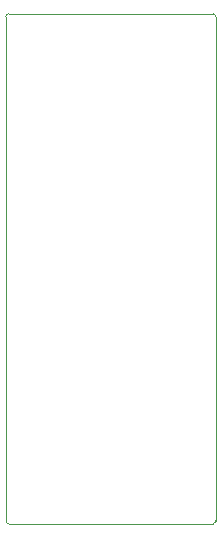
<source format=gm1>
G04 #@! TF.GenerationSoftware,KiCad,Pcbnew,(6.0.6)*
G04 #@! TF.CreationDate,2022-07-02T21:51:47+02:00*
G04 #@! TF.ProjectId,hs3-arduino-nano,6873332d-6172-4647-9569-6e6f2d6e616e,rev?*
G04 #@! TF.SameCoordinates,Original*
G04 #@! TF.FileFunction,Profile,NP*
%FSLAX46Y46*%
G04 Gerber Fmt 4.6, Leading zero omitted, Abs format (unit mm)*
G04 Created by KiCad (PCBNEW (6.0.6)) date 2022-07-02 21:51:47*
%MOMM*%
%LPD*%
G01*
G04 APERTURE LIST*
G04 #@! TA.AperFunction,Profile*
%ADD10C,0.100000*%
G04 #@! TD*
G04 APERTURE END LIST*
D10*
X138430000Y-110617000D02*
X155702000Y-110617000D01*
X155702000Y-67437000D02*
X138430000Y-67437000D01*
X138176000Y-110363000D02*
G75*
G03*
X138430000Y-110617000I254000J0D01*
G01*
X155956000Y-67691000D02*
G75*
G03*
X155702000Y-67437000I-254000J0D01*
G01*
X138430000Y-67437000D02*
G75*
G03*
X138176000Y-67691000I0J-254000D01*
G01*
X155702000Y-110617000D02*
G75*
G03*
X155956000Y-110363000I0J254000D01*
G01*
X155956000Y-110363000D02*
X155956000Y-67691000D01*
X138176000Y-67691000D02*
X138176000Y-110363000D01*
M02*

</source>
